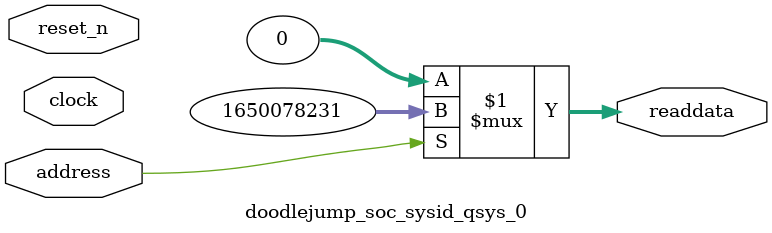
<source format=v>



// synthesis translate_off
`timescale 1ns / 1ps
// synthesis translate_on

// turn off superfluous verilog processor warnings 
// altera message_level Level1 
// altera message_off 10034 10035 10036 10037 10230 10240 10030 

module doodlejump_soc_sysid_qsys_0 (
               // inputs:
                address,
                clock,
                reset_n,

               // outputs:
                readdata
             )
;

  output  [ 31: 0] readdata;
  input            address;
  input            clock;
  input            reset_n;

  wire    [ 31: 0] readdata;
  //control_slave, which is an e_avalon_slave
  assign readdata = address ? 1650078231 : 0;

endmodule



</source>
